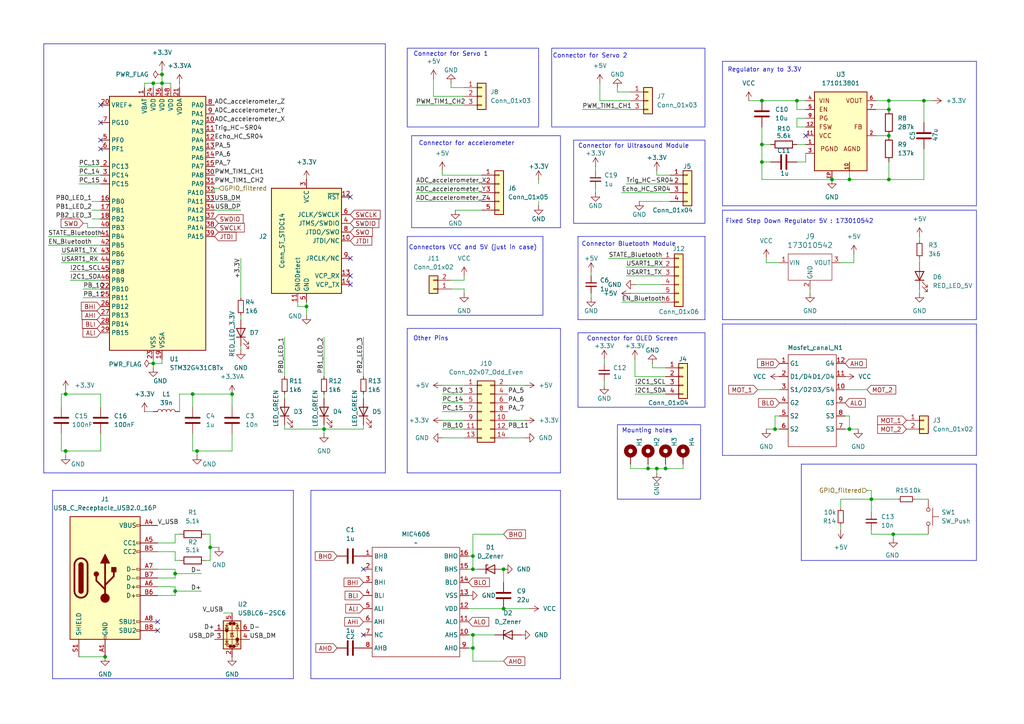
<source format=kicad_sch>
(kicad_sch (version 20231120) (generator "eeschema") (generator_version "8.0")
  (paper "A4")
  (junction (at 46.99 24.13))
  (junction (at 19.05 130.81))
  (junction (at 146.05 176.53))
  (junction (at 257.81 52.07))
  (junction (at 57.15 130.81))
  (junction (at 267.97 29.21))
  (junction (at 246.38 52.07))
  (junction (at 60.96 158.75))
  (junction (at 252.73 144.78))
  (junction (at 50.8 171.45))
  (junction (at 257.81 29.21))
  (junction (at 30.48 190.5))
  (junction (at 193.04 135.89))
  (junction (at 220.98 41.91))
  (junction (at 137.16 187.96))
  (junction (at 220.98 29.21))
  (junction (at 246.38 124.46))
  (junction (at 220.98 46.99))
  (junction (at 146.05 165.1))
  (junction (at 46.99 21.59))
  (junction (at 241.3 52.07))
  (junction (at 187.96 135.89))
  (junction (at 257.81 39.37))
  (junction (at 190.5 135.89))
  (junction (at 137.16 161.29))
  (junction (at 231.14 29.21))
  (junction (at 259.08 154.94))
  (junction (at 19.05 114.3))
  (junction (at 44.45 24.13))
  (junction (at 44.45 105.41))
  (junction (at 93.98 124.46))
  (junction (at 55.88 114.3))
  (junction (at 137.16 184.15))
  (junction (at 67.31 114.3))
  (junction (at 224.79 124.46))
  (junction (at 50.8 166.37))
  (junction (at 257.81 31.75))
  (junction (at 137.16 165.1))
  (junction (at 88.9 88.9))
  (no_connect (at 101.6 82.55))
  (no_connect (at 101.6 57.15))
  (no_connect (at 29.21 43.18))
  (no_connect (at 29.21 30.48))
  (no_connect (at 29.21 35.56))
  (no_connect (at 105.41 165.1))
  (no_connect (at 45.72 180.34))
  (no_connect (at 233.68 39.37))
  (no_connect (at 45.72 182.88))
  (no_connect (at 105.41 184.15))
  (no_connect (at 101.6 74.93))
  (no_connect (at 101.6 80.01))
  (no_connect (at 29.21 40.64))
  (wire (pts (xy 128.27 116.84) (xy 134.62 116.84)))
  (wire (pts (xy 251.46 142.24) (xy 252.73 142.24)))
  (wire (pts (xy 24.13 83.82) (xy 29.21 83.82)))
  (wire (pts (xy 93.98 114.3) (xy 93.98 115.57)))
  (polyline (pts (xy 118.11 127) (xy 118.11 137.16)))
  (wire (pts (xy 246.38 49.53) (xy 246.38 52.07)))
  (wire (pts (xy 69.85 100.33) (xy 69.85 101.6)))
  (wire (pts (xy 234.95 83.82) (xy 234.95 85.09)))
  (polyline (pts (xy 162.56 137.16) (xy 162.56 95.25)))
  (wire (pts (xy 59.69 154.94) (xy 60.96 154.94)))
  (wire (pts (xy 50.8 171.45) (xy 50.8 172.72)))
  (wire (pts (xy 247.65 73.66) (xy 247.65 76.2)))
  (wire (pts (xy 184.15 111.76) (xy 193.04 111.76)))
  (wire (pts (xy 233.68 36.83) (xy 231.14 36.83)))
  (polyline (pts (xy 167.64 68.58) (xy 167.64 91.44)))
  (polyline (pts (xy 283.21 134.62) (xy 283.21 162.56)))
  (polyline (pts (xy 12.7 137.16) (xy 111.76 137.16)))
  (wire (pts (xy 25.4 64.77) (xy 25.4 66.04)))
  (wire (pts (xy 17.78 76.2) (xy 29.21 76.2)))
  (wire (pts (xy 50.8 171.45) (xy 58.42 171.45)))
  (polyline (pts (xy 167.64 92.71) (xy 167.64 91.44)))
  (wire (pts (xy 222.25 124.46) (xy 224.79 124.46)))
  (wire (pts (xy 57.15 130.81) (xy 67.31 130.81)))
  (polyline (pts (xy 90.17 142.24) (xy 143.51 142.24)))
  (wire (pts (xy 243.84 153.67) (xy 243.84 152.4)))
  (wire (pts (xy 130.81 83.82) (xy 134.62 83.82)))
  (polyline (pts (xy 85.09 196.85) (xy 15.24 196.85)))
  (wire (pts (xy 182.88 134.62) (xy 182.88 135.89)))
  (polyline (pts (xy 283.21 17.78) (xy 283.21 59.69)))
  (polyline (pts (xy 204.47 90.17) (xy 204.47 92.71)))
  (wire (pts (xy 44.45 24.13) (xy 44.45 25.4)))
  (wire (pts (xy 224.79 124.46) (xy 226.06 124.46)))
  (wire (pts (xy 19.05 130.81) (xy 19.05 132.08)))
  (polyline (pts (xy 167.64 118.11) (xy 167.64 96.52)))
  (wire (pts (xy 52.07 114.3) (xy 55.88 114.3)))
  (polyline (pts (xy 15.24 196.85) (xy 15.24 142.24)))
  (wire (pts (xy 270.51 29.21) (xy 267.97 29.21)))
  (wire (pts (xy 231.14 46.99) (xy 233.68 46.99)))
  (wire (pts (xy 120.65 30.48) (xy 134.62 30.48)))
  (wire (pts (xy 55.88 130.81) (xy 57.15 130.81)))
  (wire (pts (xy 233.68 46.99) (xy 233.68 44.45)))
  (wire (pts (xy 62.23 60.96) (xy 69.85 60.96)))
  (polyline (pts (xy 204.47 96.52) (xy 204.47 118.11)))
  (wire (pts (xy 13.97 71.12) (xy 29.21 71.12)))
  (wire (pts (xy 265.43 144.78) (xy 269.24 144.78)))
  (wire (pts (xy 138.43 165.1) (xy 137.16 165.1)))
  (wire (pts (xy 190.5 49.53) (xy 190.5 50.8)))
  (wire (pts (xy 267.97 52.07) (xy 257.81 52.07)))
  (wire (pts (xy 254 39.37) (xy 257.81 39.37)))
  (polyline (pts (xy 168.91 96.52) (xy 204.47 96.52)))
  (wire (pts (xy 266.7 68.58) (xy 266.7 69.85)))
  (wire (pts (xy 130.81 24.13) (xy 130.81 25.4)))
  (wire (pts (xy 189.23 105.41) (xy 189.23 106.68)))
  (wire (pts (xy 60.96 158.75) (xy 60.96 162.56)))
  (wire (pts (xy 64.77 177.8) (xy 67.31 177.8)))
  (wire (pts (xy 176.53 74.93) (xy 191.77 74.93)))
  (wire (pts (xy 69.85 74.93) (xy 69.85 86.36)))
  (wire (pts (xy 220.98 46.99) (xy 220.98 52.07)))
  (wire (pts (xy 17.78 130.81) (xy 19.05 130.81)))
  (wire (pts (xy 220.98 41.91) (xy 220.98 46.99)))
  (wire (pts (xy 254 31.75) (xy 257.81 31.75)))
  (wire (pts (xy 267.97 43.18) (xy 267.97 52.07)))
  (wire (pts (xy 173.99 24.13) (xy 173.99 29.21)))
  (wire (pts (xy 134.62 83.82) (xy 134.62 85.09)))
  (wire (pts (xy 50.8 154.94) (xy 52.07 154.94)))
  (wire (pts (xy 125.73 27.94) (xy 134.62 27.94)))
  (wire (pts (xy 55.88 114.3) (xy 67.31 114.3)))
  (wire (pts (xy 243.84 147.32) (xy 243.84 144.78)))
  (wire (pts (xy 45.72 157.48) (xy 50.8 157.48)))
  (wire (pts (xy 88.9 91.44) (xy 88.9 88.9)))
  (polyline (pts (xy 119.38 39.37) (xy 119.38 66.04)))
  (wire (pts (xy 259.08 154.94) (xy 259.08 156.21)))
  (polyline (pts (xy 119.38 39.37) (xy 119.38 39.37)))
  (wire (pts (xy 135.89 184.15) (xy 137.16 184.15)))
  (wire (pts (xy 19.05 130.81) (xy 29.21 130.81)))
  (wire (pts (xy 220.98 41.91) (xy 223.52 41.91)))
  (wire (pts (xy 137.16 187.96) (xy 135.89 187.96)))
  (wire (pts (xy 128.27 114.3) (xy 134.62 114.3)))
  (wire (pts (xy 125.73 22.86) (xy 125.73 27.94)))
  (polyline (pts (xy 90.17 196.85) (xy 90.17 142.24)))
  (polyline (pts (xy 162.56 39.37) (xy 162.56 66.04)))
  (polyline (pts (xy 232.41 134.62) (xy 283.21 134.62)))
  (wire (pts (xy 171.45 85.09) (xy 171.45 86.36)))
  (wire (pts (xy 175.26 110.49) (xy 175.26 111.76)))
  (wire (pts (xy 132.08 60.96) (xy 139.7 60.96)))
  (wire (pts (xy 26.67 63.5) (xy 29.21 63.5)))
  (wire (pts (xy 128.27 119.38) (xy 134.62 119.38)))
  (polyline (pts (xy 162.56 95.25) (xy 160.02 95.25)))
  (polyline (pts (xy 283.21 93.98) (xy 283.21 96.52)))
  (wire (pts (xy 180.34 87.63) (xy 191.77 87.63)))
  (wire (pts (xy 120.65 58.42) (xy 139.7 58.42)))
  (polyline (pts (xy 204.47 118.11) (xy 167.64 118.11)))
  (wire (pts (xy 46.99 21.59) (xy 46.99 24.13)))
  (wire (pts (xy 49.53 25.4) (xy 49.53 24.13)))
  (polyline (pts (xy 204.47 68.58) (xy 204.47 90.17)))
  (wire (pts (xy 168.91 31.75) (xy 182.88 31.75)))
  (polyline (pts (xy 119.38 39.37) (xy 162.56 39.37)))
  (wire (pts (xy 60.96 154.94) (xy 60.96 158.75)))
  (wire (pts (xy 29.21 118.11) (xy 29.21 114.3)))
  (polyline (pts (xy 245.11 93.98) (xy 283.21 93.98)))
  (wire (pts (xy 220.98 36.83) (xy 220.98 41.91)))
  (wire (pts (xy 257.81 31.75) (xy 257.81 29.21)))
  (wire (pts (xy 181.61 53.34) (xy 194.31 53.34)))
  (wire (pts (xy 46.99 20.32) (xy 46.99 21.59)))
  (wire (pts (xy 67.31 118.11) (xy 67.31 114.3)))
  (polyline (pts (xy 162.56 142.24) (xy 162.56 196.85)))
  (wire (pts (xy 182.88 85.09) (xy 191.77 85.09)))
  (polyline (pts (xy 209.55 96.52) (xy 209.55 132.08)))
  (wire (pts (xy 231.14 41.91) (xy 233.68 41.91)))
  (wire (pts (xy 88.9 88.9) (xy 86.36 88.9)))
  (wire (pts (xy 46.99 24.13) (xy 49.53 24.13)))
  (wire (pts (xy 257.81 52.07) (xy 246.38 52.07)))
  (wire (pts (xy 17.78 118.11) (xy 17.78 114.3)))
  (polyline (pts (xy 283.21 96.52) (xy 283.21 132.08)))
  (wire (pts (xy 22.86 190.5) (xy 30.48 190.5)))
  (polyline (pts (xy 167.64 68.58) (xy 204.47 68.58)))
  (wire (pts (xy 245.11 113.03) (xy 251.46 113.03)))
  (wire (pts (xy 22.86 53.34) (xy 29.21 53.34)))
  (wire (pts (xy 105.41 123.19) (xy 105.41 124.46)))
  (polyline (pts (xy 209.55 17.78) (xy 283.21 17.78)))
  (wire (pts (xy 259.08 154.94) (xy 269.24 154.94)))
  (wire (pts (xy 88.9 87.63) (xy 88.9 88.9)))
  (wire (pts (xy 219.71 113.03) (xy 226.06 113.03)))
  (polyline (pts (xy 167.64 96.52) (xy 170.18 96.52)))
  (wire (pts (xy 93.98 97.79) (xy 93.98 109.22)))
  (wire (pts (xy 137.16 161.29) (xy 137.16 165.1)))
  (wire (pts (xy 222.25 76.2) (xy 226.06 76.2)))
  (wire (pts (xy 13.97 68.58) (xy 29.21 68.58)))
  (wire (pts (xy 62.23 54.61) (xy 63.5 54.61)))
  (wire (pts (xy 130.81 25.4) (xy 134.62 25.4)))
  (wire (pts (xy 184.15 109.22) (xy 193.04 109.22)))
  (polyline (pts (xy 283.21 92.71) (xy 209.55 92.71)))
  (polyline (pts (xy 283.21 132.08) (xy 283.21 132.08)))
  (wire (pts (xy 267.97 29.21) (xy 257.81 29.21)))
  (wire (pts (xy 128.27 111.76) (xy 134.62 111.76)))
  (wire (pts (xy 184.15 114.3) (xy 193.04 114.3)))
  (wire (pts (xy 135.89 176.53) (xy 146.05 176.53)))
  (wire (pts (xy 231.14 34.29) (xy 233.68 34.29)))
  (wire (pts (xy 46.99 104.14) (xy 46.99 105.41)))
  (wire (pts (xy 220.98 52.07) (xy 241.3 52.07)))
  (wire (pts (xy 220.98 46.99) (xy 223.52 46.99)))
  (wire (pts (xy 67.31 125.73) (xy 67.31 130.81)))
  (wire (pts (xy 246.38 124.46) (xy 248.92 124.46)))
  (wire (pts (xy 137.16 154.94) (xy 137.16 161.29)))
  (wire (pts (xy 20.32 81.28) (xy 29.21 81.28)))
  (wire (pts (xy 29.21 125.73) (xy 29.21 130.81)))
  (polyline (pts (xy 118.11 127) (xy 118.11 95.25)))
  (wire (pts (xy 44.45 106.68) (xy 44.45 105.41)))
  (wire (pts (xy 105.41 114.3) (xy 105.41 115.57)))
  (wire (pts (xy 246.38 52.07) (xy 241.3 52.07)))
  (wire (pts (xy 137.16 161.29) (xy 135.89 161.29)))
  (wire (pts (xy 24.13 64.77) (xy 25.4 64.77)))
  (wire (pts (xy 93.98 124.46) (xy 93.98 125.73)))
  (wire (pts (xy 222.25 74.93) (xy 222.25 76.2)))
  (polyline (pts (xy 118.11 95.25) (xy 160.02 95.25)))
  (wire (pts (xy 187.96 135.89) (xy 190.5 135.89)))
  (wire (pts (xy 187.96 134.62) (xy 187.96 135.89)))
  (wire (pts (xy 45.72 170.18) (xy 50.8 170.18)))
  (wire (pts (xy 247.65 76.2) (xy 243.84 76.2)))
  (wire (pts (xy 189.23 106.68) (xy 193.04 106.68)))
  (wire (pts (xy 59.69 162.56) (xy 60.96 162.56)))
  (wire (pts (xy 50.8 166.37) (xy 50.8 167.64)))
  (polyline (pts (xy 12.7 137.16) (xy 12.7 12.7)))
  (wire (pts (xy 82.55 97.79) (xy 82.55 109.22)))
  (wire (pts (xy 245.11 120.65) (xy 246.38 120.65)))
  (wire (pts (xy 41.91 24.13) (xy 44.45 24.13)))
  (wire (pts (xy 152.4 121.92) (xy 147.32 121.92)))
  (wire (pts (xy 29.21 60.96) (xy 26.67 60.96)))
  (wire (pts (xy 24.13 86.36) (xy 29.21 86.36)))
  (wire (pts (xy 173.99 29.21) (xy 182.88 29.21)))
  (wire (pts (xy 266.7 74.93) (xy 266.7 76.2)))
  (wire (pts (xy 152.4 127) (xy 147.32 127)))
  (wire (pts (xy 50.8 170.18) (xy 50.8 171.45)))
  (wire (pts (xy 128.27 124.46) (xy 134.62 124.46)))
  (wire (pts (xy 146.05 191.77) (xy 137.16 191.77)))
  (wire (pts (xy 52.07 24.13) (xy 52.07 25.4)))
  (wire (pts (xy 231.14 36.83) (xy 231.14 34.29)))
  (wire (pts (xy 17.78 73.66) (xy 29.21 73.66)))
  (wire (pts (xy 19.05 114.3) (xy 29.21 114.3)))
  (polyline (pts (xy 283.21 59.69) (xy 209.55 59.69)))
  (polyline (pts (xy 118.11 68.58) (xy 157.48 68.58)))
  (wire (pts (xy 128.27 121.92) (xy 134.62 121.92)))
  (wire (pts (xy 134.62 81.28) (xy 130.81 81.28)))
  (wire (pts (xy 82.55 114.3) (xy 82.55 115.57)))
  (wire (pts (xy 184.15 104.14) (xy 184.15 109.22)))
  (wire (pts (xy 171.45 78.74) (xy 171.45 80.01)))
  (polyline (pts (xy 162.56 196.85) (xy 90.17 196.85)))
  (wire (pts (xy 172.72 54.61) (xy 172.72 55.88)))
  (wire (pts (xy 137.16 191.77) (xy 137.16 187.96)))
  (wire (pts (xy 20.32 78.74) (xy 29.21 78.74)))
  (wire (pts (xy 243.84 144.78) (xy 252.73 144.78)))
  (wire (pts (xy 55.88 118.11) (xy 55.88 114.3)))
  (wire (pts (xy 41.91 119.38) (xy 44.45 119.38)))
  (polyline (pts (xy 209.55 93.98) (xy 209.55 96.52)))
  (wire (pts (xy 19.05 114.3) (xy 19.05 113.03)))
  (wire (pts (xy 180.34 55.88) (xy 194.31 55.88)))
  (wire (pts (xy 185.42 58.42) (xy 194.31 58.42)))
  (wire (pts (xy 45.72 165.1) (xy 50.8 165.1)))
  (wire (pts (xy 252.73 148.59) (xy 252.73 144.78)))
  (wire (pts (xy 231.14 29.21) (xy 231.14 31.75)))
  (polyline (pts (xy 85.09 142.24) (xy 85.09 196.85)))
  (wire (pts (xy 257.81 46.99) (xy 257.81 52.07)))
  (wire (pts (xy 17.78 114.3) (xy 19.05 114.3)))
  (wire (pts (xy 62.23 58.42) (xy 69.85 58.42)))
  (polyline (pts (xy 232.41 134.62) (xy 232.41 162.56)))
  (polyline (pts (xy 111.76 12.7) (xy 111.76 137.16)))
  (wire (pts (xy 44.45 104.14) (xy 44.45 105.41)))
  (wire (pts (xy 62.23 54.61) (xy 62.23 55.88)))
  (wire (pts (xy 146.05 165.1) (xy 146.05 168.91)))
  (wire (pts (xy 69.85 91.44) (xy 69.85 92.71)))
  (polyline (pts (xy 283.21 60.96) (xy 283.21 92.71)))
  (wire (pts (xy 128.27 127) (xy 134.62 127)))
  (polyline (pts (xy 283.21 162.56) (xy 232.41 162.56)))
  (wire (pts (xy 46.99 24.13) (xy 46.99 25.4)))
  (wire (pts (xy 259.08 154.94) (xy 252.73 154.94)))
  (polyline (pts (xy 209.55 60.96) (xy 283.21 60.96)))
  (wire (pts (xy 181.61 80.01) (xy 191.77 80.01)))
  (wire (pts (xy 156.21 52.07) (xy 156.21 53.34)))
  (wire (pts (xy 45.72 160.02) (xy 50.8 160.02)))
  (wire (pts (xy 137.16 184.15) (xy 137.16 187.96)))
  (wire (pts (xy 82.55 124.46) (xy 93.98 124.46)))
  (wire (pts (xy 137.16 165.1) (xy 135.89 165.1)))
  (wire (pts (xy 246.38 120.65) (xy 246.38 124.46)))
  (wire (pts (xy 224.79 120.65) (xy 224.79 124.46)))
  (wire (pts (xy 181.61 77.47) (xy 191.77 77.47)))
  (wire (pts (xy 220.98 29.21) (xy 231.14 29.21)))
  (polyline (pts (xy 118.11 68.58) (xy 118.11 91.44)))
  (wire (pts (xy 184.15 82.55) (xy 191.77 82.55)))
  (wire (pts (xy 50.8 167.64) (xy 45.72 167.64)))
  (wire (pts (xy 156.21 58.42) (xy 156.21 59.69)))
  (wire (pts (xy 128.27 50.8) (xy 139.7 50.8)))
  (wire (pts (xy 190.5 135.89) (xy 190.5 137.16)))
  (wire (pts (xy 52.07 119.38) (xy 52.07 114.3)))
  (wire (pts (xy 50.8 160.02) (xy 50.8 162.56)))
  (wire (pts (xy 267.97 29.21) (xy 267.97 35.56)))
  (polyline (pts (xy 162.56 66.04) (xy 119.38 66.04)))
  (wire (pts (xy 198.12 135.89) (xy 193.04 135.89)))
  (wire (pts (xy 146.05 176.53) (xy 153.67 176.53)))
  (wire (pts (xy 50.8 157.48) (xy 50.8 154.94)))
  (polyline (pts (xy 157.48 68.58) (xy 157.48 91.44)))
  (wire (pts (xy 172.72 48.26) (xy 172.72 49.53)))
  (wire (pts (xy 252.73 142.24) (xy 252.73 144.78)))
  (wire (pts (xy 120.65 53.34) (xy 139.7 53.34)))
  (wire (pts (xy 175.26 104.14) (xy 175.26 105.41)))
  (wire (pts (xy 29.21 58.42) (xy 26.67 58.42)))
  (polyline (pts (xy 12.7 12.7) (xy 111.76 12.7)))
  (wire (pts (xy 245.11 124.46) (xy 246.38 124.46)))
  (wire (pts (xy 146.05 154.94) (xy 137.16 154.94)))
  (wire (pts (xy 17.78 125.73) (xy 17.78 130.81)))
  (wire (pts (xy 82.55 123.19) (xy 82.55 124.46)))
  (wire (pts (xy 120.65 55.88) (xy 139.7 55.88)))
  (wire (pts (xy 190.5 135.89) (xy 193.04 135.89)))
  (polyline (pts (xy 245.11 93.98) (xy 209.55 93.98)))
  (wire (pts (xy 50.8 165.1) (xy 50.8 166.37)))
  (polyline (pts (xy 143.51 142.24) (xy 162.56 142.24)))
  (polyline (pts (xy 209.55 17.78) (xy 209.55 59.69)))
  (wire (pts (xy 182.88 135.89) (xy 187.96 135.89)))
  (wire (pts (xy 105.41 97.79) (xy 105.41 109.22)))
  (wire (pts (xy 252.73 154.94) (xy 252.73 153.67)))
  (polyline (pts (xy 118.11 137.16) (xy 162.56 137.16)))
  (wire (pts (xy 60.96 158.75) (xy 63.5 158.75)))
  (wire (pts (xy 55.88 125.73) (xy 55.88 130.81)))
  (wire (pts (xy 22.86 48.26) (xy 29.21 48.26)))
  (wire (pts (xy 50.8 172.72) (xy 45.72 172.72)))
  (wire (pts (xy 128.27 49.53) (xy 128.27 50.8)))
  (wire (pts (xy 93.98 123.19) (xy 93.98 124.46)))
  (wire (pts (xy 57.15 130.81) (xy 57.15 132.08)))
  (wire (pts (xy 190.5 50.8) (xy 194.31 50.8)))
  (polyline (pts (xy 204.47 92.71) (xy 167.64 92.71)))
  (wire (pts (xy 50.8 162.56) (xy 52.07 162.56)))
  (wire (pts (xy 266.7 85.09) (xy 266.7 83.82)))
  (wire (pts (xy 231.14 29.21) (xy 233.68 29.21)))
  (wire (pts (xy 93.98 124.46) (xy 105.41 124.46)))
  (wire (pts (xy 44.45 24.13) (xy 46.99 24.13)))
  (wire (pts (xy 44.45 105.41) (xy 46.99 105.41)))
  (wire (pts (xy 152.4 111.76) (xy 147.32 111.76)))
  (wire (pts (xy 50.8 166.37) (xy 58.42 166.37)))
  (wire (pts (xy 22.86 50.8) (xy 29.21 50.8)))
  (wire (pts (xy 179.07 26.67) (xy 182.88 26.67)))
  (wire (pts (xy 179.07 25.4) (xy 179.07 26.67)))
  (wire (pts (xy 198.12 135.89) (xy 198.12 134.62)))
  (polyline (pts (xy 209.55 132.08) (xy 283.21 132.08)))
  (wire (pts (xy 143.51 184.15) (xy 137.16 184.15)))
  (wire (pts (xy 25.4 66.04) (xy 29.21 66.04)))
  (wire (pts (xy 217.17 29.21) (xy 220.98 29.21)))
  (wire (pts (xy 257.81 29.21) (xy 254 29.21)))
  (wire (pts (xy 226.06 120.65) (xy 224.79 120.65)))
  (polyline (pts (xy 15.24 142.24) (xy 85.09 142.24)))
  (polyline (pts (xy 157.48 91.44) (xy 118.11 91.44)))
  (wire (pts (xy 231.14 31.75) (xy 233.68 31.75)))
  (polyline (pts (xy 209.55 60.96) (xy 209.55 92.71)))
  (wire (pts (xy 252.73 144.78) (xy 260.35 144.78)))
  (wire (pts (xy 41.91 24.13) (xy 41.91 25.4)))
  (wire (pts (xy 193.04 134.62) (xy 193.04 135.89)))
  (wire (pts (xy 134.62 80.01) (xy 134.62 81.28)))
  (wire (pts (xy 86.36 88.9) (xy 86.36 87.63)))
  (rectangle (start 179.07 123.19) (end 203.2 144.78))
  (rectangle (start 160.02 13.97) (end 204.47 36.83))
  (rectangle (start 166.37 40.64) (end 204.47 64.77))
  (rectangle (start 118.11 13.97) (end 156.21 36.83))
  (text "Fixed Step Down Regulator 5V : 173010542" (at 231.902 64.262 0) (effects (font (size 1.27 1.27))))
  (text "Regulator any to 3.3V" (at 221.742 20.32 0) (effects (font (size 1.27 1.27))))
  (text "Mounting holes" (at 180.34 125.73 0) (effects (font (size 1.27 1.27)) (justify left bottom)))
  (text "Connector for OLED Screen" (at 170.18 99.06 0) (effects (font (size 1.27 1.27)) (justify left bottom)))
  (text "Other Pins\n\n" (at 124.968 99.314 0) (effects (font (size 1.27 1.27))))
  (text "Connector Bluetooth Module" (at 168.656 71.628 0) (effects (font (size 1.27 1.27)) (justify left bottom)))
  (text "Connector for Servo 2\n" (at 160.274 17.018 0) (effects (font (size 1.27 1.27)) (justify left bottom)))
  (text "Connectors VCC and 5V (just in case)" (at 137.16 71.882 0) (effects (font (size 1.27 1.27))))
  (text "Connector for Ultrasound Module" (at 167.64 43.18 0) (effects (font (size 1.27 1.27)) (justify left bottom)))
  (text "Connector for Servo 1\n" (at 119.888 16.51 0) (effects (font (size 1.27 1.27)) (justify left bottom)))
  (text "Connector for accelerometer\n\n" (at 121.412 44.45 0) (effects (font (size 1.27 1.27)) (justify left bottom)))
  (label "PB_10" (at 128.27 124.46 0))
  (label "PB0_LED_1" (at 82.55 97.79 270))
  (label "EN_Bluetooth" (at 180.34 87.63 0))
  (label "PA_5" (at 62.23 43.18 0))
  (label "D+" (at 62.23 182.88 180))
  (label "Trig_HC-SR04" (at 181.61 53.34 0))
  (label "I2C1_SDA" (at 184.15 114.3 0))
  (label "PA_7" (at 62.23 48.26 0))
  (label "STATE_Bluetooth" (at 176.53 74.93 0))
  (label "PC_15" (at 22.86 53.34 0))
  (label "USB_DP" (at 62.23 185.42 180))
  (label "PC_13" (at 128.27 114.3 0))
  (label "PB2_LED_3" (at 105.41 97.79 270))
  (label "D-" (at 72.39 182.88 0))
  (label "Trig_HC-SR04" (at 62.23 38.1 0))
  (label "PC_15" (at 128.27 119.38 0))
  (label "PC_14" (at 22.86 50.8 0))
  (label "Echo_HC_SR04" (at 180.34 55.88 0))
  (label "USART1_RX" (at 17.78 76.2 0))
  (label "USART1_TX" (at 181.61 80.01 0))
  (label "PA_6" (at 147.32 116.84 0))
  (label "I2C1_SCL" (at 20.32 78.74 0))
  (label "PWM_TIM1_CH2" (at 120.65 30.48 0))
  (label "PA_6" (at 62.23 45.72 0))
  (label "ADC_accelerometer_Y" (at 120.65 55.88 0))
  (label "D+" (at 58.42 171.45 180))
  (label "PC_13" (at 22.86 48.26 0))
  (label "ADC_accelerometer_Z" (at 120.65 58.42 0))
  (label "D-" (at 58.42 166.37 180))
  (label "USB_DM" (at 69.85 58.42 180))
  (label "ADC_accelerometer_Y" (at 62.23 33.02 0))
  (label "ADC_accelerometer_X" (at 120.65 53.34 0))
  (label "V_USB" (at 64.77 177.8 180))
  (label "EN_Bluetooth" (at 13.97 71.12 0))
  (label "PWM_TIM1_CH1" (at 168.91 31.75 0))
  (label "PB_11" (at 147.32 124.46 0))
  (label "PB_11" (at 24.13 86.36 0))
  (label "PB1_LED_2" (at 93.98 97.79 270))
  (label "PWM_TIM1_CH2" (at 62.23 53.34 0))
  (label "PWM_TIM1_CH1" (at 62.23 50.8 0))
  (label "STATE_Bluetooth" (at 13.97 68.58 0))
  (label "PB_10" (at 24.13 83.82 0))
  (label "V_USB" (at 45.72 152.4 0))
  (label "PA_7" (at 147.32 119.38 0))
  (label "I2C1_SCL" (at 184.15 111.76 0))
  (label "USB_DM" (at 72.39 185.42 0))
  (label "I2C1_SDA" (at 20.32 81.28 0))
  (label "+3.3V" (at 69.85 74.93 270))
  (label "ADC_accelerometer_Z" (at 62.23 30.48 0))
  (label "USART1_TX" (at 17.78 73.66 0))
  (label "PB0_LED_1" (at 26.67 58.42 180))
  (label "PA_5" (at 147.32 114.3 0))
  (label "USART1_RX" (at 181.61 77.47 0))
  (label "PC_14" (at 128.27 116.84 0))
  (label "ADC_accelerometer_X" (at 62.23 35.56 0))
  (label "USB_DP" (at 69.85 60.96 180))
  (label "PB2_LED_3" (at 26.67 63.5 180))
  (label "PB1_LED_2" (at 26.67 60.96 180))
  (label "Echo_HC_SR04" (at 62.23 40.64 0))
  (global_label "BLO" (shape input) (at 226.06 116.84 180) (property "Intersheetrefs" "${INTERSHEET_REFS}" (effects (hide yes))))
  (global_label "BHO" (shape input) (at 97.79 161.29 180) (property "Intersheetrefs" "${INTERSHEET_REFS}" (effects (hide yes))))
  (global_label "MOT_2" (shape input) (at 251.46 113.03 0) (property "Intersheetrefs" "${INTERSHEET_REFS}" (effects (hide yes))))
  (global_label "SWCLK" (shape input) (at 101.6 62.23 0) (property "Intersheetrefs" "${INTERSHEET_REFS}" (effects (hide yes))))
  (global_label "SWO" (shape input) (at 101.6 67.31 0) (property "Intersheetrefs" "${INTERSHEET_REFS}" (effects (hide yes))))
  (global_label "SWO" (shape input) (at 24.13 64.77 180) (property "Intersheetrefs" "${INTERSHEET_REFS}" (effects (hide yes))))
  (global_label "AHI" (shape input) (at 105.41 180.34 180) (property "Intersheetrefs" "${INTERSHEET_REFS}" (effects (hide yes))))
  (global_label "ALI" (shape input) (at 29.21 96.52 180) (property "Intersheetrefs" "${INTERSHEET_REFS}" (effects (hide yes))))
  (global_label "AHO" (shape input) (at 97.79 187.96 180) (property "Intersheetrefs" "${INTERSHEET_REFS}" (effects (hide yes))))
  (global_label "MOT_2" (shape input) (at 262.89 124.46 180) (property "Intersheetrefs" "${INTERSHEET_REFS}" (effects (hide yes))))
  (global_label "AHO" (shape input) (at 245.11 105.41 0) (property "Intersheetrefs" "${INTERSHEET_REFS}" (effects (hide yes))))
  (global_label "ALO" (shape input) (at 245.11 116.84 0) (property "Intersheetrefs" "${INTERSHEET_REFS}" (effects (hide yes))))
  (global_label "BLI" (shape input) (at 29.21 93.98 180) (property "Intersheetrefs" "${INTERSHEET_REFS}" (effects (hide yes))))
  (global_label "ALI" (shape input) (at 105.41 176.53 180) (property "Intersheetrefs" "${INTERSHEET_REFS}" (effects (hide yes))))
  (global_label "BLO" (shape input) (at 135.89 168.91 0) (property "Intersheetrefs" "${INTERSHEET_REFS}" (effects (hide yes))))
  (global_label "BHO" (shape input) (at 226.06 105.41 180) (property "Intersheetrefs" "${INTERSHEET_REFS}" (effects (hide yes))))
  (global_label "SWCLK" (shape input) (at 62.23 66.04 0) (property "Intersheetrefs" "${INTERSHEET_REFS}" (effects (hide yes))))
  (global_label "JTDI" (shape input) (at 101.6 69.85 0) (property "Intersheetrefs" "${INTERSHEET_REFS}" (effects (hide yes))))
  (global_label "AHI" (shape input) (at 29.21 91.44 180) (property "Intersheetrefs" "${INTERSHEET_REFS}" (effects (hide yes))))
  (global_label "AHO" (shape input) (at 146.05 191.77 0) (property "Intersheetrefs" "${INTERSHEET_REFS}" (effects (hide yes))))
  (global_label "BHO" (shape input) (at 146.05 154.94 0) (property "Intersheetrefs" "${INTERSHEET_REFS}" (effects (hide yes))))
  (global_label "MOT_1" (shape input) (at 219.71 113.03 180) (property "Intersheetrefs" "${INTERSHEET_REFS}" (effects (hide yes))))
  (global_label "BHI" (shape input) (at 29.21 88.9 180) (property "Intersheetrefs" "${INTERSHEET_REFS}" (effects (hide yes))))
  (global_label "BHI" (shape input) (at 105.41 168.91 180) (property "Intersheetrefs" "${INTERSHEET_REFS}" (effects (hide yes))))
  (global_label "MOT_1" (shape input) (at 262.89 121.92 180) (property "Intersheetrefs" "${INTERSHEET_REFS}" (effects (hide yes))))
  (global_label "BLI" (shape input) (at 105.41 172.72 180) (property "Intersheetrefs" "${INTERSHEET_REFS}" (effects (hide yes))))
  (global_label "SWDIO" (shape input) (at 101.6 64.77 0) (property "Intersheetrefs" "${INTERSHEET_REFS}" (effects (hide yes))))
  (global_label "ALO" (shape input) (at 135.89 180.34 0) (property "Intersheetrefs" "${INTERSHEET_REFS}" (effects (hide yes))))
  (global_label "SWDIO" (shape input) (at 62.23 63.5 0) (property "Intersheetrefs" "${INTERSHEET_REFS}" (effects (hide yes))))
  (global_label "JTDI" (shape input) (at 62.23 68.58 0) (property "Intersheetrefs" "${INTERSHEET_REFS}" (effects (hide yes))))
  (hierarchical_label "GPIO_filtered" (shape input) (at 63.5 54.61 0))
  (hierarchical_label "GPIO_filtered" (shape input) (at 251.46 142.24 180))
  (symbol (lib_id "Connector_Generic:Conn_01x05") (at 144.78 55.88 0) (unit 1)
    (property "Reference" "J6" (at 147.32 54.6099 0) (effects (justify left)))
    (property "Value" "Conn_01x05" (at 147.32 57.1499 0) (effects (justify left)))
    (property "Footprint" "Connector_JST:JST_XH_B5B-XH-A_1x05_P2.50mm_Vertical" (effects (hide yes)))
    (property "Description" "Generic connector, single row, 01x05, script generated (kicad-library-utils/schlib/autogen/connector/)" (effects (hide yes)))
  )
  (symbol (lib_id "power:GND") (at 172.72 55.88 0) (unit 1)
    (property "Reference" "#PWR030" (effects (hide yes)))
    (property "Value" "GND" (at 172.72 59.69 0))
  )
  (symbol (lib_id "Connector_Generic:Conn_01x04") (at 199.39 53.34 0) (unit 1)
    (property "Reference" "J5" (at 198.12 48.26 0) (effects (justify left)))
    (property "Value" "Conn_01x04" (at 189.23 60.96 0) (effects (justify left)))
    (property "Footprint" "Connector_JST:JST_XH_B4B-XH-A_1x04_P2.50mm_Vertical" (effects (hide yes)))
  )
  (symbol (lib_id "173010542_5V_Buck:173010542") (at 234.95 77.47 0) (unit 1)
    (property "Reference" "J9" (at 234.95 68.58 0) (effects (font (size 1.524 1.524))))
    (property "Value" "173010542" (at 234.95 71.12 0) (effects (font (size 1.524 1.524))))
    (property "Footprint" "Library_MAKER:173013542" (effects (hide yes)))
    (property "Datasheet" "https://www.we-online.com/components/products/datasheet/173010542.pdf" (effects (hide yes)))
    (property "MPN" "173010542" (effects (hide yes)))
  )
  (symbol (lib_id "power:+3.3V") (at 270.51 29.21 270) (unit 1)
    (property "Reference" "#PWR023" (effects (hide yes)))
    (property "Value" "+3.3V" (at 274.32 29.2099 90) (effects (justify left)))
    (property "Description" "Power symbol creates a global label with name \"+3.3V\"" (effects (hide yes)))
  )
  (symbol (lib_id "power:VCC") (at 245.11 109.22 270) (unit 1)
    (property "Reference" "#PWR049" (effects (hide yes)))
    (property "Value" "VCC" (at 248.92 109.2199 90) (effects (justify left)))
    (property "Description" "Power symbol creates a global label with name \"VCC\"" (effects (hide yes)))
  )
  (symbol (lib_id "power:GND") (at 184.15 82.55 270) (unit 1)
    (property "Reference" "#PWR051" (effects (hide yes)))
    (property "Value" "GND" (at 180.34 82.5499 90) (effects (justify right)))
    (property "Description" "Power symbol creates a global label with name \"GND\" , ground" (effects (hide yes)))
  )
  (symbol (lib_id "power:GND") (at 171.45 86.36 0) (unit 1)
    (property "Reference" "#PWR062" (effects (hide yes)))
    (property "Value" "GND" (at 171.45 90.17 0))
  )
  (symbol (lib_id "Device:C") (at 101.6 187.96 90) (unit 1)
    (property "Reference" "C2" (at 101.6 184.658 90))
    (property "Value" "1u" (at 101.6 182.88 90))
    (property "Footprint" "Capacitor_SMD:C_0402_1005Metric_Pad0.74x0.62mm_HandSolder" (effects (hide yes)))
    (property "Description" "Unpolarized capacitor" (effects (hide yes)))
  )
  (symbol (lib_id "Device:LED") (at 105.41 119.38 90) (unit 1)
    (property "Reference" "D5" (at 107.95 119.38 90) (effects (justify right)))
    (property "Value" "LED_GREEN" (at 102.87 113.03 0) (effects (justify right)))
    (property "Footprint" "LED_SMD:LED_0603_1608Metric_Pad1.05x0.95mm_HandSolder" (effects (hide yes)))
  )
  (symbol (lib_id "Device:C") (at 67.31 121.92 0) (unit 1)
    (property "Reference" "C3" (at 71.12 120.6499 0) (effects (justify left)))
    (property "Value" "10n" (at 71.12 123.1899 0) (effects (justify left)))
    (property "Footprint" "Capacitor_SMD:C_0603_1608Metric_Pad1.08x0.95mm_HandSolder" (effects (hide yes)))
  )
  (symbol (lib_id "power:PWR_FLAG") (at 44.45 105.41 90) (unit 1)
    (property "Reference" "#FLG01" (effects (hide yes)))
    (property "Value" "PWR_FLAG" (at 36.322 105.664 90))
    (property "Description" "Special symbol for telling ERC where power comes from" (effects (hide yes)))
  )
  (symbol (lib_id "power:VCC") (at 153.67 176.53 270) (unit 1)
    (property "Reference" "#PWR018" (effects (hide yes)))
    (property "Value" "VCC" (at 157.48 176.5299 90) (effects (justify left)))
    (property "Description" "Power symbol creates a global label with name \"VCC\"" (effects (hide yes)))
  )
  (symbol (lib_id "power:+3.3V") (at 128.27 121.92 90) (unit 1)
    (property "Reference" "#PWR042" (effects (hide yes)))
    (property "Value" "+3.3V" (at 124.46 121.9199 90) (effects (justify left)))
    (property "Description" "Power symbol creates a global label with name \"+3.3V\"" (effects (hide yes)))
  )
  (symbol (lib_id "Connector_Generic:Conn_01x06") (at 196.85 80.01 0) (unit 1)
    (property "Reference" "J12" (at 195.072 72.136 0) (effects (justify left)))
    (property "Value" "Conn_01x06" (at 191.008 90.424 0) (effects (justify left)))
    (property "Footprint" "Connector_JST:JST_XH_B6B-XH-A_1x06_P2.50mm_Vertical" (effects (hide yes)))
    (property "Description" "Generic connector, single row, 01x06, script generated (kicad-library-utils/schlib/autogen/connector/)" (effects (hide yes)))
  )
  (symbol (lib_id "Device:R_Small") (at 93.98 111.76 0) (unit 1)
    (property "Reference" "R12" (at 95.25 110.49 0) (effects (justify left)))
    (property "Value" "1k6" (at 95.25 113.03 0) (effects (justify left)))
    (property "Footprint" "Resistor_SMD:R_0402_1005Metric_Pad0.72x0.64mm_HandSolder" (effects (hide yes)))
  )
  (symbol (lib_id "Device:R") (at 257.81 35.56 0) (unit 1)
    (property "Reference" "R8" (at 260.35 34.2899 0) (effects (justify left)))
    (property "Value" "287k" (at 260.35 36.8299 0) (effects (justify left)))
    (property "Footprint" "Resistor_SMD:R_0402_1005Metric_Pad0.72x0.64mm_HandSolder" (effects (hide yes)))
    (property "Description" "Resistor" (effects (hide yes)))
  )
  (symbol (lib_id "Library:WPME-VDLM_LGA-12EP") (at 243.84 36.83 0) (unit 1)
    (property "Reference" "U3" (at 243.84 21.59 0))
    (property "Value" "171013801" (at 243.84 24.13 0))
    (property "Footprint" "Library_MAKER:171023801" (effects (hide yes)))
    (property "MF" "Wurth Elektronik" (effects (hide yes)))
    (property "Description_1" "LGA-12 / 3.5-38Vin / 0.85-13Vout / 1.0A / 10 x 6 x 3.1mm / PFM/PWM" (effects (hide yes)))
    (property "Package" "None" (effects (hide yes)))
    (property "Price" "None" (effects (hide yes)))
    (property "SnapEDA_Link" "https://www.snapeda.com/parts/171013801/Wurth+Electronics/view-part/?ref=snap" (effects (hide yes)))
    (property "MP" "171013801" (effects (hide yes)))
    (property "Availability" "In Stock" (effects (hide yes)))
    (property "Check_prices" "https://www.snapeda.com/parts/171013801/Wurth+Electronics/view-part/?ref=eda" (effects (hide yes)))
  )
  (symbol (lib_id "Device:L") (at 48.26 119.38 90) (unit 1)
    (property "Reference" "L1" (at 48.26 114.3 90))
    (property "Value" "39n" (at 48.26 116.84 90))
    (property "Footprint" "LED_SMD:LED_0805_2012Metric_Pad1.15x1.40mm_HandSolder" (effects (hide yes)))
    (property "Description" "Inductor" (effects (hide yes)))
  )
  (symbol (lib_id "power:+5V") (at 247.65 73.66 0) (unit 1)
    (property "Reference" "#PWR038" (effects (hide yes)))
    (property "Value" "+5V" (at 247.65 68.58 0))
  )
  (symbol (lib_id "power:GND") (at 69.85 101.6 0) (unit 1)
    (property "Reference" "#PWR047" (effects (hide yes)))
    (property "Value" "GND" (at 69.85 106.68 0))
  )
  (symbol (lib_id "power:GND") (at 190.5 137.16 0) (unit 1)
    (property "Reference" "#PWR029" (effects (hide yes)))
    (property "Value" "GND" (at 190.5 139.7 90) (effects (justify right)))
  )
  (symbol (lib_id "power:VCC") (at 226.06 109.22 90) (unit 1)
    (property "Reference" "#PWR048" (effects (hide yes)))
    (property "Value" "VCC" (at 222.25 109.2199 90) (effects (justify left)))
    (property "Description" "Power symbol creates a global label with name \"VCC\"" (effects (hide yes)))
  )
  (symbol (lib_id "power:+3.3V") (at 171.45 78.74 0) (unit 1)
    (property "Reference" "#PWR061" (effects (hide yes)))
    (property "Value" "+5V" (at 171.45 74.93 0))
  )
  (symbol (lib_id "power:GND") (at 259.08 156.21 0) (unit 1)
    (property "Reference" "#PWR028" (effects (hide yes)))
    (property "Value" "GND" (at 258.826 161.036 0))
  )
  (symbol (lib_id "power:+3.3V") (at 88.9 52.07 0) (unit 1)
    (property "Reference" "#PWR022" (effects (hide yes)))
    (property "Value" "+3.3V" (at 88.9 46.99 0))
    (property "Description" "Power symbol creates a global label with name \"+3.3V\"" (effects (hide yes)))
  )
  (symbol (lib_id "Device:R_Small") (at 82.55 111.76 0) (unit 1)
    (property "Reference" "R11" (at 83.82 110.49 0) (effects (justify left)))
    (property "Value" "1k6" (at 83.82 113.03 0) (effects (justify left)))
    (property "Footprint" "Resistor_SMD:R_0402_1005Metric_Pad0.72x0.64mm_HandSolder" (effects (hide yes)))
  )
  (symbol (lib_id "Connector:USB_C_Receptacle_USB2.0_16P") (at 30.48 167.64 0) (unit 1)
    (property "Reference" "J1" (at 30.48 144.78 0))
    (property "Value" "USB_C_Receptacle_USB2.0_16P" (at 30.48 147.32 0))
    (property "Footprint" "Connector_USB:USB_C_Receptacle_GCT_USB4110" (effects (hide yes)))
    (property "Datasheet" "https://www.usb.org/sites/default/files/documents/usb_type-c.zip" (effects (hide yes)))
    (property "Description" "USB 2.0-only 16P Type-C Receptacle connector" (effects (hide yes)))
  )
  (symbol (lib_id "power:GND") (at 19.05 132.08 0) (unit 1)
    (property "Reference" "#PWR032" (effects (hide yes)))
    (property "Value" "GND" (at 22.606 134.62 0))
  )
  (symbol (lib_id "MCU_ST_STM32G4:STM32G431CBTx") (at 44.45 66.04 0) (unit 1)
    (property "Reference" "U1" (at 49.1841 104.14 0) (effects (justify left)))
    (property "Value" "STM32G431CBTx" (at 49.1841 106.68 0) (effects (justify left)))
    (property "Footprint" "Package_QFP:LQFP-48_7x7mm_P0.5mm" (effects (hide yes)))
    (property "Datasheet" "https://www.st.com/resource/en/datasheet/stm32g431cb.pdf" (effects (hide yes)))
    (property "Description" "STMicroelectronics Arm Cortex-M4 MCU, 128KB flash, 32KB RAM, 170 MHz, 1.71-3.6V, 38 GPIO, LQFP48" (effects (hide yes)))
  )
  (symbol (lib_id "Mechanical:MountingHole_Pad") (at 198.12 132.08 0) (unit 1)
    (property "Reference" "H4" (at 200.66 129.54 90) (effects (justify left)))
    (property "Value" "MountingHole_Pad" (effects (hide yes)))
    (property "Footprint" "MountingHole:MountingHole_2.7mm_M2.5_DIN965_Pad" (effects (hide yes)))
  )
  (symbol (lib_id "power:GND") (at 63.5 158.75 0) (unit 1)
    (property "Reference" "#PWR03" (effects (hide yes)))
    (property "Value" "GND" (at 63.5 163.83 0))
    (property "Description" "Power symbol creates a global label with name \"GND\" , ground" (effects (hide yes)))
  )
  (symbol (lib_id "Device:C") (at 267.97 39.37 0) (unit 1)
    (property "Reference" "C5" (at 264.668 39.37 90))
    (property "Value" "47u" (at 271.272 39.116 90))
    (property "Footprint" "Capacitor_SMD:C_0402_1005Metric_Pad0.74x0.62mm_HandSolder" (effects (hide yes)))
    (property "Description" "Unpolarized capacitor" (effects (hide yes)))
  )
  (symbol (lib_id "power:GND") (at 57.15 132.08 0) (unit 1)
    (property "Reference" "#PWR056" (effects (hide yes)))
    (property "Value" "GND" (at 60.706 134.62 0))
  )
  (symbol (lib_id "power:+3.3V") (at 41.91 119.38 0) (unit 1)
    (property "Reference" "#PWR055" (effects (hide yes)))
    (property "Value" "+3.3V" (at 41.91 114.3 0))
    (property "Description" "Power symbol creates a global label with name \"+3.3V\"" (effects (hide yes)))
  )
  (symbol (lib_id "Mechanical:MountingHole_Pad") (at 187.96 132.08 0) (unit 1)
    (property "Reference" "H2" (at 190.5 129.54 90) (effects (justify left)))
    (property "Value" "MountingHole_Pad" (effects (hide yes)))
    (property "Footprint" "MountingHole:MountingHole_2.7mm_M2.5_DIN965_Pad" (effects (hide yes)))
  )
  (symbol (lib_id "power:+5V") (at 182.88 85.09 90) (unit 1)
    (property "Reference" "#PWR052" (effects (hide yes)))
    (property "Value" "+5V" (at 179.07 85.0899 90) (effects (justify left)))
    (property "Description" "Power symbol creates a global label with name \"+5V\"" (effects (hide yes)))
  )
  (symbol (lib_id "Connector_Generic:Conn_01x02") (at 125.73 83.82 180) (unit 1)
    (property "Reference" "J11" (at 125.73 74.93 0))
    (property "Value" "Conn_01x02" (at 125.73 77.47 0))
    (property "Footprint" "Connector_AMASS:AMASS_XT60-F_1x02_P7.20mm_Vertical" (effects (hide yes)))
    (property "Description" "Generic connector, single row, 01x02, script generated (kicad-library-utils/schlib/autogen/connector/)" (effects (hide yes)))
  )
  (symbol (lib_id "power:+3.3VA") (at 67.31 114.3 0) (unit 1)
    (property "Reference" "#PWR057" (effects (hide yes)))
    (property "Value" "+3.3VA" (at 67.31 109.22 0))
    (property "Description" "Power symbol creates a global label with name \"+3.3VA\"" (effects (hide yes)))
  )
  (symbol (lib_id "power:+5V") (at 243.84 153.67 180) (unit 1)
    (property "Reference" "#PWR050" (effects (hide yes)))
    (property "Value" "+5V" (at 243.84 158.75 0))
    (property "Description" "Power symbol creates a global label with name \"+5V\"" (effects (hide yes)))
  )
  (symbol (lib_id "Connector_Generic:Conn_01x03") (at 139.7 27.94 0) (unit 1)
    (property "Reference" "J8" (at 142.24 26.6699 0) (effects (justify left)))
    (property "Value" "Conn_01x03" (at 142.24 29.2099 0) (effects (justify left)))
    (property "Footprint" "Connector_JST:JST_XH_B3B-XH-AM_1x03_P2.50mm_Vertical" (effects (hide yes)))
    (property "Description" "Generic connector, single row, 01x03, script generated (kicad-library-utils/schlib/autogen/connector/)" (effects (hide yes)))
  )
  (symbol (lib_id "Device:C_Small") (at 171.45 82.55 0) (unit 1)
    (property "Reference" "C6" (at 173.99 81.2863 0) (effects (justify left)))
    (property "Value" "1u" (at 173.99 83.8263 0) (effects (justify left)))
    (property "Footprint" "Capacitor_SMD:C_0402_1005Metric_Pad0.74x0.62mm_HandSolder" (effects (hide yes)))
  )
  (symbol (lib_id "power:+3.3V") (at 172.72 48.26 0) (unit 1)
    (property "Reference" "#PWR09" (effects (hide yes)))
    (property "Value" "+3.3V" (at 172.72 44.45 0))
  )
  (symbol (lib_id "Device:C") (at 101.6 161.29 90) (unit 1)
    (property "Reference" "C1" (at 101.6 153.67 90))
    (property "Value" "1u" (at 101.6 156.21 90))
    (property "Footprint" "Capacitor_SMD:C_0402_1005Metric_Pad0.74x0.62mm_HandSolder" (effects (hide yes)))
    (property "Description" "Unpolarized capacitor" (effects (hide yes)))
  )
  (symbol (lib_id "Library:MIC4606") (at 120.65 176.53 0) (unit 1)
    (property "Reference" "MIC4606" (at 120.65 154.94 0))
    (property "Value" "~" (at 120.65 157.48 0))
    (property "Footprint" "Library_MAKER:TSSOP16_TS_MCH_MIS" (effects (hide yes)))
  )
  (symbol (lib_id "Device:C_Small") (at 252.73 151.13 0) (unit 1)
    (property "Reference" "C13" (at 255.524 149.8663 0) (effects (justify left)))
    (property "Value" "10n" (at 255.524 152.4063 0) (effects (justify left)))
    (property "Footprint" "Capacitor_SMD:C_0402_1005Metric_Pad0.74x0.62mm_HandSolder" (effects (hide yes)))
  )
  (symbol (lib_id "power:GND") (at 146.05 165.1 90) (unit 1)
    (property "Reference" "#PWR012" (effects (hide yes)))
    (property "Value" "GND" (at 149.86 165.0999 90) (effects (justify right)))
    (property "Description" "Power symbol creates a global label with name \"GND\" , ground" (effects (hide yes)))
  )
  (symbol (lib_id "power:+3.3V") (at 46.99 20.32 0) (unit 1)
    (property "Reference" "#PWR04" (effects (hide yes)))
    (property "Value" "+3.3V" (at 46.99 15.24 0))
    (property "Description" "Power symbol creates a global label with name \"+3.3V\"" (effects (hide yes)))
  )
  (symbol (lib_id "Device:R_Small") (at 262.89 144.78 90) (unit 1)
    (property "Reference" "R15" (at 261.62 142.24 90))
    (property "Value" "10k" (at 265.43 142.24 90))
    (property "Footprint" "Resistor_SMD:R_0402_1005Metric_Pad0.72x0.64mm_HandSolder" (effects (hide yes)))
  )
  (symbol (lib_id "Device:R") (at 227.33 41.91 90) (unit 1)
    (property "Reference" "R10" (at 227.33 37.338 90))
    (property "Value" "5.6k" (at 227.33 39.37 90))
    (property "Footprint" "Resistor_SMD:R_0402_1005Metric_Pad0.72x0.64mm_HandSolder" (effects (hide yes)))
    (property "Description" "Resistor" (effects (hide yes)))
  )
  (symbol (lib_id "Switch:SW_Push") (at 269.24 149.86 270) (unit 1)
    (property "Reference" "SW1" (at 273.05 148.59 90) (effects (justify left)))
    (property "Value" "SW_Push" (at 273.05 151.13 90) (effects (justify left)))
    (property "Footprint" "Button_Switch_SMD:SW_Push_1P1T_NO_CK_KSC6xxJ" (effects (hide yes)))
  )
  (symbol (lib_id "Device:C_Small") (at 172.72 52.07 0) (unit 1)
    (property "Reference" "C19" (at 175.26 50.8063 0) (effects (justify left)))
    (property "Value" "1u" (at 175.26 53.3463 0) (effects (justify left)))
    (property "Footprint" "Capacitor_SMD:C_0402_1005Metric_Pad0.74x0.62mm_HandSolder" (effects (hide yes)))
  )
  (symbol (lib_id "power:VCC") (at 134.62 80.01 0) (unit 1)
    (property "Reference" "#PWR045" (effects (hide yes)))
    (property "Value" "VCC" (at 134.62 74.93 0))
    (property "Description" "Power symbol creates a global label with name \"VCC\"" (effects (hide yes)))
  )
  (symbol (lib_id "power:+5V") (at 266.7 68.58 0) (unit 1)
    (property "Reference" "#PWR039" (effects (hide yes)))
    (property "Value" "+5V" (at 266.7 63.5 0))
  )
  (symbol (lib_id "power:GND") (at 134.62 85.09 0) (unit 1)
    (property "Reference" "#PWR046" (effects (hide yes)))
    (property "Value" "GND" (at 134.62 90.17 0))
    (property "Description" "Power symbol creates a global label with name \"GND\" , ground" (effects (hide yes)))
  )
  (symbol (lib_id "power:GND") (at 156.21 59.69 0) (unit 1)
    (property "Reference" "#PWR059" (effects (hide yes)))
    (property "Value" "GND" (at 156.21 63.5 0))
  )
  (symbol (lib_id "power:VCC") (at 222.25 74.93 0) (unit 1)
    (property "Reference" "#PWR035" (effects (hide yes)))
    (property "Value" "VCC" (at 222.25 69.85 0))
  )
  (symbol (lib_id "Device:C") (at 146.05 172.72 0) (unit 1)
    (property "Reference" "C9" (at 149.86 171.4499 0) (effects (justify left)))
    (property "Value" "22u" (at 149.86 173.9899 0) (effects (justify left)))
    (property "Footprint" "Capacitor_SMD:C_0402_1005Metric_Pad0.74x0.62mm_HandSolder" (effects (hide yes)))
    (property "Description" "Unpolarized capacitor" (effects (hide yes)))
  )
  (symbol (lib_id "power:PWR_FLAG") (at 46.99 21.59 90) (unit 1)
    (property "Reference" "#FLG02" (effects (hide yes)))
    (property "Value" "PWR_FLAG" (at 43.18 21.5899 90) (effects (justify left)))
    (property "Description" "Special symbol for telling ERC where power comes from" (effects (hide yes)))
  )
  (symbol (lib_id "Device:D_Zener") (at 147.32 184.15 0) (unit 1)
    (property "Reference" "D2" (at 147.32 177.8 0))
    (property "Value" "D_Zener" (at 147.32 180.34 0))
    (property "Footprint" "Diode_SMD:Littelfuse_PolyZen-LS" (effects (hide yes)))
    (property "Description" "Zener diode" (effects (hide yes)))
  )
  (symbol (lib_id "power:GND") (at 128.27 127 270) (unit 1)
    (property "Reference" "#PWR043" (effects (hide yes)))
    (property "Value" "GND" (at 124.46 126.9999 90) (effects (justify right)))
    (property "Description" "Power symbol creates a global label with name \"GND\" , ground" (effects (hide yes)))
  )
  (symbol (lib_id "Device:C") (at 220.98 33.02 180) (unit 1)
    (property "Reference" "C10" (at 224.79 31.7499 0) (effects (justify right)))
    (property "Value" "10u" (at 224.79 34.2899 0) (effects (justify right)))
    (property "Footprint" "Capacitor_SMD:C_0402_1005Metric_Pad0.74x0.62mm_HandSolder" (effects (hide yes)))
    (property "Description" "Unpolarized capacitor" (effects (hide yes)))
  )
  (symbol (lib_id "power:+3.3V") (at 184.15 104.14 0) (unit 1)
    (property "Reference" "#PWR026" (effects (hide yes)))
    (property "Value" "+3.3V" (at 184.15 100.33 0))
  )
  (symbol (lib_id "power:+3.3VA") (at 52.07 24.13 0) (unit 1)
    (property "Reference" "#PWR060" (effects (hide yes)))
    (property "Value" "+3.3VA" (at 52.07 19.05 0))
    (property "Description" "Power symbol creates a global label with name \"+3.3VA\"" (effects (hide yes)))
  )
  (symbol (lib_id "Connector_Generic:Conn_01x03") (at 187.96 29.21 0) (unit 1)
    (property "Reference" "J7" (at 190.5 27.9399 0) (effects (justify left)))
    (property "Value" "Conn_01x03" (at 190.5 30.4799 0) (effects (justify left)))
    (property "Footprint" "Connector_JST:JST_XH_B3B-XH-A_1x03_P2.50mm_Vertical" (effects (hide yes)))
    (property "Description" "Generic connector, single row, 01x03, script generated (kicad-library-utils/schlib/autogen/connector/)" (effects (hide yes)))
  )
  (symbol (lib_id "Device:C_Small") (at 175.26 107.95 0) (unit 1)
    (property "Reference" "C12" (at 177.8 106.6863 0) (effects (justify left)))
    (property "Value" "1u" (at 177.8 109.2263 0) (effects (justify left)))
    (property "Footprint" "Capacitor_SMD:C_0402_1005Metric_Pad0.74x0.62mm_HandSolder" (effects (hide yes)))
  )
  (symbol (lib_id "Connector_Generic:Conn_01x04") (at 198.12 109.22 0) (unit 1)
    (property "Reference" "J4" (at 196.85 104.14 0) (effects (justify left)))
    (property "Value" "Conn_01x04" (at 187.96 116.84 0) (effects (justify left)))
    (property "Footprint" "Connector_JST:JST_XH_B4B-XH-A_1x04_P2.50mm_Vertical" (effects (hide yes)))
  )
  (symbol (lib_id "power:GND") (at 67.31 190.5 0) (unit 1)
    (property "Reference" "#PWR01" (effects (hide yes)))
    (property "Value" "GND" (at 67.31 195.58 0))
    (property "Description" "Power symbol creates a global label with name \"GND\" , ground" (effects (hide yes)))
  )
  (symbol (lib_id "power:GND") (at 185.42 58.42 0) (unit 1)
    (property "Reference" "#PWR015" (effects (hide yes)))
    (property "Value" "GND" (at 185.42 62.23 0))
  )
  (symbol (lib_id "power:+5V") (at 128.27 111.76 90) (unit 1)
    (property "Reference" "#PWR041" (effects (hide yes)))
    (property "Value" "+5V" (at 124.46 111.7599 90) (effects (justify left)))
    (property "Description" "Power symbol creates a global label with name \"+5V\"" (effects (hide yes)))
  )
  (symbol (lib_id "power:+3.3V") (at 190.5 49.53 0) (unit 1)
    (property "Reference" "#PWR014" (effects (hide yes)))
    (property "Value" "+3.3V" (at 190.5 45.72 0))
  )
  (symbol (lib_id "power:GND") (at 30.48 190.5 0) (unit 1)
    (property "Reference" "#PWR02" (effects (hide yes)))
    (property "Value" "GND" (at 30.48 195.58 0))
    (property "Description" "Power symbol creates a global label with name \"GND\" , ground" (effects (hide yes)))
  )
  (symbol (lib_id "power:GND") (at 44.45 106.68 0) (unit 1)
    (property "Reference" "#PWR05" (effects (hide yes)))
    (property "Value" "GND" (at 46.482 110.49 0))
    (property "Description" "Power symbol creates a global label with name \"GND\" , ground" (effects (hide yes)))
  )
  (symbol (lib_id "Device:C") (at 17.78 121.92 0) (unit 1)
    (property "Reference" "C15" (at 21.59 120.6499 0) (effects (justify left)))
    (property "Value" "100nF" (at 20.828 123.19 0) (effects (justify left)))
    (property "Footprint" "Capacitor_SMD:C_0603_1608Metric_Pad1.08x0.95mm_HandSolder" (effects (hide yes)))
  )
  (symbol (lib_id "Device:D_Zener") (at 142.24 165.1 0) (unit 1)
    (property "Reference" "D1" (at 142.24 158.75 0))
    (property "Value" "D_Zener" (at 142.24 161.29 0))
    (property "Footprint" "Diode_SMD:Littelfuse_PolyZen-LS" (effects (hide yes)))
    (property "Description" "Zener diode" (effects (hide yes)))
  )
  (symbol (lib_id "Connector_Generic:Conn_01x02") (at 267.97 121.92 0) (unit 1)
    (property "Reference" "J3" (at 270.51 121.9199 0) (effects (justify left)))
    (property "Value" "Conn_01x02" (at 270.51 124.4599 0) (effects (justify left)))
    (property "Footprint" "Connector_JST:JST_XH_B2B-XH-A_1x02_P2.50mm_Vertical" (effects (hide yes)))
    (property "Description" "Generic connector, single row, 01x02, script generated (kicad-library-utils/schlib/autogen/connector/)" (effects (hide yes)))
  )
  (symbol (lib_id "Device:C") (at 29.21 121.92 0) (unit 1)
    (property "Reference" "C16" (at 33.02 120.6499 0) (effects (justify left)))
    (property "Value" "100nF" (at 33.02 123.1899 0) (effects (justify left)))
    (property "Footprint" "Capacitor_SMD:C_0603_1608Metric_Pad1.08x0.95mm_HandSolder" (effects (hide yes)))
  )
  (symbol (lib_id "power:GND") (at 248.92 124.46 0) (unit 1)
    (property "Reference" "#PWR07" (effects (hide yes)))
    (property "Value" "GND" (at 248.92 129.54 0))
    (property "Description" "Power symbol creates a global label with name \"GND\" , ground" (effects (hide yes)))
  )
  (symbol (lib_id "Device:LED") (at 69.85 96.52 90) (unit 1)
    (property "Reference" "D7" (at 72.39 96.52 90) (effects (justify right)))
    (property "Value" "RED_LED_3.3V" (at 67.31 90.17 0) (effects (justify right)))
    (property "Footprint" "LED_SMD:LED_0603_1608Metric_Pad1.05x0.95mm_HandSolder" (effects (hide yes)))
  )
  (symbol (lib_id "power:VCC") (at 19.05 113.03 0) (unit 1)
    (property "Reference" "#PWR031" (effects (hide yes)))
    (property "Value" "+3.3V" (at 21.59 111.7599 0) (effects (justify left)))
  )
  (symbol (lib_id "Device:R_Small") (at 69.85 88.9 0) (unit 1)
    (property "Reference" "R4" (at 71.12 87.63 0) (effects (justify left)))
    (property "Value" "1k6" (at 71.12 90.17 0) (effects (justify left)))
    (property "Footprint" "Resistor_SMD:R_0402_1005Metric_Pad0.72x0.64mm_HandSolder" (effects (hide yes)))
  )
  (symbol (lib_id "power:+5V") (at 128.27 49.53 0) (unit 1)
    (property "Reference" "#PWR019" (effects (hide yes)))
    (property "Value" "+5V" (at 128.27 44.45 0))
    (property "Description" "Power symbol creates a global label with name \"+5V\"" (effects (hide yes)))
  )
  (symbol (lib_id "power:GND") (at 88.9 91.44 0) (unit 1)
    (property "Reference" "#PWR021" (effects (hide yes)))
    (property "Value" "GND" (at 85.598 91.694 0))
    (property "Description" "Power symbol creates a global label with name \"GND\" , ground" (effects (hide yes)))
  )
  (symbol (lib_id "Device:R_Small") (at 105.41 111.76 0) (unit 1)
    (property "Reference" "R13" (at 106.68 110.49 0) (effects (justify left)))
    (property "Value" "1k6" (at 106.68 113.03 0) (effects (justify left)))
    (property "Footprint" "Resistor_SMD:R_0402_1005Metric_Pad0.72x0.64mm_HandSolder" (effects (hide yes)))
  )
  (symbol (lib_id "power:GND") (at 151.13 184.15 90) (unit 1)
    (property "Reference" "#PWR013" (effects (hide yes)))
    (property "Value" "GND" (at 154.94 184.1499 90) (effects (justify right)))
    (property "Description" "Power symbol creates a global label with name \"GND\" , ground" (effects (hide yes)))
  )
  (symbol (lib_id "power:GND") (at 132.08 60.96 0) (unit 1)
    (property "Reference" "#PWR016" (effects (hide yes)))
    (property "Value" "GND" (at 132.08 64.77 0))
  )
  (symbol (lib_id "power:GND") (at 152.4 127 90) (unit 1)
    (property "Reference" "#PWR054" (effects (hide yes)))
    (property "Value" "GND" (at 156.21 126.9999 90) (effects (justify right)))
    (property "Description" "Power symbol creates a global label with name \"GND\" , ground" (effects (hide yes)))
  )
  (symbol (lib_id "Device:R_Small") (at 243.84 149.86 180) (unit 1)
    (property "Reference" "R14" (at 242.57 151.13 0) (effects (justify left)))
    (property "Value" "10k" (at 242.57 148.59 0) (effects (justify left)))
    (property "Footprint" "Resistor_SMD:R_0402_1005Metric_Pad0.72x0.64mm_HandSolder" (effects (hide yes)))
  )
  (symbol (lib_id "Device:C") (at 55.88 121.92 0) (unit 1)
    (property "Reference" "C4" (at 59.69 120.6499 0) (effects (justify left)))
    (property "Value" "1u" (at 59.69 123.1899 0) (effects (justify left)))
    (property "Footprint" "Capacitor_SMD:C_0603_1608Metric_Pad1.08x0.95mm_HandSolder" (effects (hide yes)))
  )
  (symbol (lib_id "power:+5V") (at 152.4 111.76 270) (unit 1)
    (property "Reference" "#PWR044" (effects (hide yes)))
    (property "Value" "+5V" (at 156.21 111.7599 90) (effects (justify left)))
    (property "Description" "Power symbol creates a global label with name \"+5V\"" (effects (hide yes)))
  )
  (symbol (lib_id "power:+3.3V") (at 152.4 121.92 270) (unit 1)
    (property "Reference" "#PWR053" (effects (hide yes)))
    (property "Value" "+3.3V" (at 156.21 121.9199 90) (effects (justify left)))
    (property "Description" "Power symbol creates a global label with name \"+3.3V\"" (effects (hide yes)))
  )
  (symbol (lib_id "Library:Mosfet_Canal_N") (at 237.49 120.65 0) (unit 1)
    (property "Reference" "Mosfet_canal_N1" (at 236.474 100.838 0))
    (property "Value" "~" (at 235.585 101.6 0))
    (property "Footprint" "Library_MAKER:FDMQ86530L" (effects (hide yes)))
  )
  (symbol (lib_id "Connector:Conn_ST_STDC14") (at 88.9 69.85 0) (unit 1)
    (property "Reference" "J2" (at 77.47 68.5799 0) (effects (justify right)))
    (property "Value" "Conn_ST_STDC14" (at 81.788 61.722 90) (effects (justify right)))
    (property "Footprint" "Connector_PinHeader_1.27mm:PinHeader_2x07_P1.27mm_Vertical_SMD" (effects (hide yes)))
    (property "Datasheet" "https://www.st.com/content/ccc/resource/technical/document/user_manual/group1/99/49/91/b6/b2/3a/46/e5/DM00526767/files/DM00526767.pdf/jcr:content/translations/en.DM00526767.pdf" (effects (hide yes)))
    (property "Description" "ST Debug Connector, standard ARM Cortex-M SWD and JTAG interface plus UART" (effects (hide yes)))
  )
  (symbol (lib_id "Device:R") (at 55.88 154.94 90) (unit 1)
    (property "Reference" "R1" (at 55.88 148.59 90))
    (property "Value" "5.1k" (at 55.88 151.13 90))
    (property "Footprint" "Resistor_SMD:R_0402_1005Metric_Pad0.72x0.64mm_HandSolder" (effects (hide yes)))
    (property "Description" "Resistor" (effects (hide yes)))
  )
  (symbol (lib_id "power:GND") (at 189.23 105.41 180) (unit 1)
    (property "Reference" "#PWR027" (effects (hide yes)))
    (property "Value" "GND" (at 189.23 101.6 0))
  )
  (symbol (lib_id "Device:R") (at 257.81 43.18 0) (unit 1)
    (property "Reference" "R9" (at 260.35 41.9099 0) (effects (justify left)))
    (property "Value" "137k" (at 260.35 44.4499 0) (effects (justify left)))
    (property "Footprint" "Resistor_SMD:R_0402_1005Metric_Pad0.72x0.64mm_HandSolder" (effects (hide yes)))
    (property "Description" "Resistor" (effects (hide yes)))
  )
  (symbol (lib_id "power:GND") (at 135.89 172.72 90) (unit 1)
    (property "Reference" "#PWR06" (effects (hide yes)))
    (property "Value" "GND" (at 139.7 172.7199 90) (effects (justify right)))
    (property "Description" "Power symbol creates a global label with name \"GND\" , ground" (effects (hide yes)))
  )
  (symbol (lib_id "Power_Protection:USBLC6-2SC6") (at 67.31 182.88 0) (unit 1)
    (property "Reference" "U2" (at 68.9611 175.26 0) (effects (justify left)))
    (property "Value" "USBLC6-2SC6" (at 68.9611 177.8 0) (effects (justify left)))
    (property "Footprint" "Package_TO_SOT_SMD:SOT-23-6" (effects (hide yes)))
    (property "Datasheet" "https://www.st.com/resource/en/datasheet/usblc6-2.pdf" (effects (hide yes)))
    (property "Description" "Very low capacitance ESD protection diode, 2 data-line, SOT-23-6" (effects (hide yes)))
  )
  (symbol (lib_id "power:GND") (at 130.81 24.13 180) (unit 1)
    (property "Reference" "#PWR020" (effects (hide yes)))
    (property "Value" "GND" (at 130.81 20.32 0))
  )
  (symbol (lib_id "power:VCC") (at 217.17 29.21 0) (unit 1)
    (property "Reference" "#PWR011" (effects (hide yes)))
    (property "Value" "VCC" (at 217.17 24.13 0))
    (property "Description" "Power symbol creates a global label with name \"VCC\"" (effects (hide yes)))
  )
  (symbol (lib_id "Device:R") (at 55.88 162.56 90) (unit 1)
    (property "Reference" "R2" (at 55.88 157.226 90))
    (property "Value" "5.1k" (at 55.88 159.512 90))
    (property "Footprint" "Resistor_SMD:R_0402_1005Metric_Pad0.72x0.64mm_HandSolder" (effects (hide yes)))
    (property "Description" "Resistor" (effects (hide yes)))
  )
  (symbol (lib_id "power:+5V") (at 173.99 24.13 0) (unit 1)
    (property "Reference" "#PWR033" (effects (hide yes)))
    (property "Value" "+5V" (at 173.99 19.05 0))
    (property "Description" "Power symbol creates a global label with name \"+5V\"" (effects (hide yes)))
  )
  (symbol (lib_id "power:+3.3V") (at 156.21 52.07 0) (unit 1)
    (property "Reference" "#PWR058" (effects (hide yes)))
    (property "Value" "+3.3V" (at 156.21 48.26 0))
  )
  (symbol (lib_id "power:GND") (at 234.95 85.09 0) (unit 1)
    (property "Reference" "#PWR037" (effects (hide yes)))
    (property "Value" "GND" (at 234.95 90.17 0))
  )
  (symbol (lib_id "Mechanical:MountingHole_Pad") (at 182.88 132.08 0) (unit 1)
    (property "Reference" "H1" (at 185.42 129.54 90) (effects (justify left)))
    (property "Value" "MountingHole_Pad" (effects (hide yes)))
    (property "Footprint" "MountingHole:MountingHole_2.7mm_M2.5_DIN965_Pad" (effects (hide yes)))
  )
  (symbol (lib_id "Device:C") (at 227.33 46.99 270) (unit 1)
    (property "Reference" "C11" (at 227.33 43.688 90))
    (property "Value" "1u" (at 227.584 50.292 90))
    (property "Footprint" "Capacitor_SMD:C_0402_1005Metric_Pad0.74x0.62mm_HandSolder" (effects (hide yes)))
    (property "Description" "Unpolarized capacitor" (effects (hide yes)))
  )
  (symbol (lib_id "Device:LED") (at 82.55 119.38 90) (unit 1)
    (property "Reference" "D3" (at 85.09 119.38 90) (effects (justify right)))
    (property "Value" "LED_GREEN" (at 80.01 113.03 0) (effects (justify right)))
    (property "Footprint" "LED_SMD:LED_0603_1608Metric_Pad1.05x0.95mm_HandSolder" (effects (hide yes)))
  )
  (symbol (lib_id "Device:LED") (at 266.7 80.01 90) (unit 1)
    (property "Reference" "D6" (at 270.51 80.3274 90) (effects (justify right)))
    (property "Value" "RED_LED_5V" (at 270.51 82.8674 90) (effects (justify right)))
    (property "Footprint" "LED_SMD:LED_0603_1608Metric_Pad1.05x0.95mm_HandSolder" (effects (hide yes)))
    (property "MPN" "150060RS55040" (effects (hide yes)))
  )
  (symbol (lib_id "Device:R_Small") (at 266.7 72.39 0) (unit 1)
    (property "Reference" "R3" (at 269.24 71.12 0) (effects (justify left)))
    (property "Value" "3k6" (at 269.24 73.66 0) (effects (justify left)))
    (property "Footprint" "Resistor_SMD:R_0402_1005Metric_Pad0.72x0.64mm_HandSolder" (effects (hide yes)))
  )
  (symbol (lib_id "power:+5V") (at 125.73 22.86 0) (unit 1)
    (property "Reference" "#PWR034" (effects (hide yes)))
    (property "Value" "+5V" (at 125.73 17.78 0))
    (property "Description" "Power symbol creates a global label with name \"+5V\"" (effects (hide yes)))
  )
  (symbol (lib_id "power:GND") (at 222.25 124.46 0) (unit 1)
    (property "Reference" "#PWR08" (effects (hide yes)))
    (property "Value" "GND" (at 222.25 129.54 0))
    (property "Description" "Power symbol creates a global label with name \"GND\" , ground" (effects (hide yes)))
  )
  (symbol (lib_id "Connector_Generic:Conn_02x07_Odd_Even") (at 139.7 119.38 0) (unit 1)
    (property "Reference" "J10" (at 140.97 105.41 0))
    (property "Value" "Conn_02x07_Odd_Even" (at 140.97 107.95 0))
    (property "Footprint" "Connector_PinHeader_2.54mm:PinHeader_2x07_P2.54mm_Vertical" (effects (hide yes)))
    (property "Description" "Generic connector, double row, 02x07, odd/even pin numbering scheme (row 1 odd numbers, row 2 even numbers), script generated (kicad-library-utils/schlib/autogen/connector/)" (effects (hide yes)))
  )
  (symbol (lib_id "power:GND") (at 266.7 85.09 0) (unit 1)
    (property "Reference" "#PWR040" (effects (hide yes)))
    (property "Value" "GND" (at 266.7 90.17 0))
  )
  (symbol (lib_id "power:GND") (at 93.98 125.73 0) (unit 1)
    (property "Reference" "#PWR017" (effects (hide yes)))
    (property "Value" "GND" (at 93.98 130.81 0))
  )
  (symbol (lib_id "Device:LED") (at 93.98 119.38 90) (unit 1)
    (property "Reference" "D4" (at 96.52 119.38 90) (effects (justify right)))
    (property "Value" "LED_GREEN" (at 91.44 113.03 0) (effects (justify right)))
    (property "Footprint" "LED_SMD:LED_0603_1608Metric_Pad1.05x0.95mm_HandSolder" (effects (hide yes)))
  )
  (symbol (lib_id "Mechanical:MountingHole_Pad") (at 193.04 132.08 0) (unit 1)
    (property "Reference" "H3" (at 195.58 129.54 90) (effects (justify left)))
    (property "Value" "MountingHole_Pad" (effects (hide yes)))
    (property "Footprint" "MountingHole:MountingHole_2.7mm_M2.5_DIN965_Pad" (effects (hide yes)))
  )
  (symbol (lib_id "power:GND") (at 179.07 25.4 180) (unit 1)
    (property "Reference" "#PWR036" (effects (hide yes)))
    (property "Value" "GND" (at 179.07 21.59 0))
  )
  (symbol (lib_id "power:+3.3V") (at 175.26 104.14 0) (unit 1)
    (property "Reference" "#PWR024" (effects (hide yes)))
    (property "Value" "+3.3V" (at 175.26 100.33 0))
  )
  (symbol (lib_id "power:GND") (at 241.3 52.07 0) (unit 1)
    (property "Reference" "#PWR010" (effects (hide yes)))
    (property "Value" "GND" (at 241.3 57.15 0))
    (property "Description" "Power symbol creates a global label with name \"GND\" , ground" (effects (hide yes)))
  )
  (symbol (lib_id "power:GND") (at 175.26 111.76 0) (unit 1)
    (property "Reference" "#PWR025" (effects (hide yes)))
    (property "Value" "GND" (at 175.26 115.57 0))
  )
)
</source>
